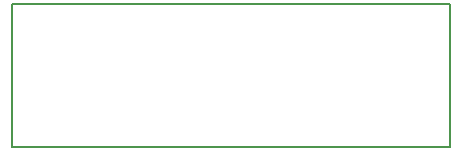
<source format=gbr>
G04 (created by PCBNEW (2013-mar-13)-testing) date Tue 26 Mar 2013 09:26:07 PM EDT*
%MOIN*%
G04 Gerber Fmt 3.4, Leading zero omitted, Abs format*
%FSLAX34Y34*%
G01*
G70*
G90*
G04 APERTURE LIST*
%ADD10C,0.006*%
%ADD11C,0.00590551*%
G04 APERTURE END LIST*
G54D10*
G54D11*
X76520Y-53740D02*
X76520Y-58520D01*
X61920Y-58520D02*
X76520Y-58520D01*
X76520Y-53740D02*
X61920Y-53740D01*
X61920Y-58520D02*
X61920Y-53760D01*
M02*

</source>
